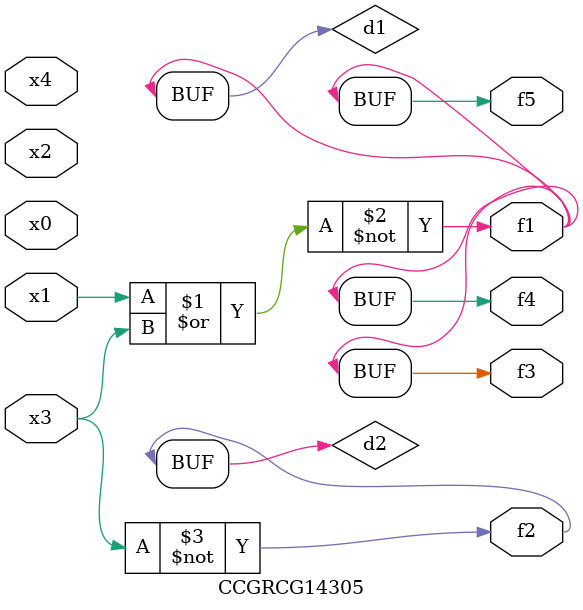
<source format=v>
module CCGRCG14305(
	input x0, x1, x2, x3, x4,
	output f1, f2, f3, f4, f5
);

	wire d1, d2;

	nor (d1, x1, x3);
	not (d2, x3);
	assign f1 = d1;
	assign f2 = d2;
	assign f3 = d1;
	assign f4 = d1;
	assign f5 = d1;
endmodule

</source>
